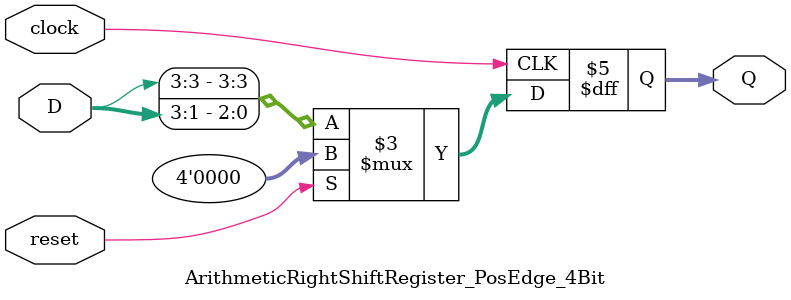
<source format=v>
module ArithmeticRightShiftRegister_PosEdge_4Bit (clock, reset, D, Q);
    input clock;
    input reset;
    input [3:0] D;
    output reg [3:0] Q;

    always @(posedge clock)
    begin
        if (reset)
            Q <= 4'b0000;
        else
            Q <= {D[3], D[3:1]};        
    end
endmodule

</source>
